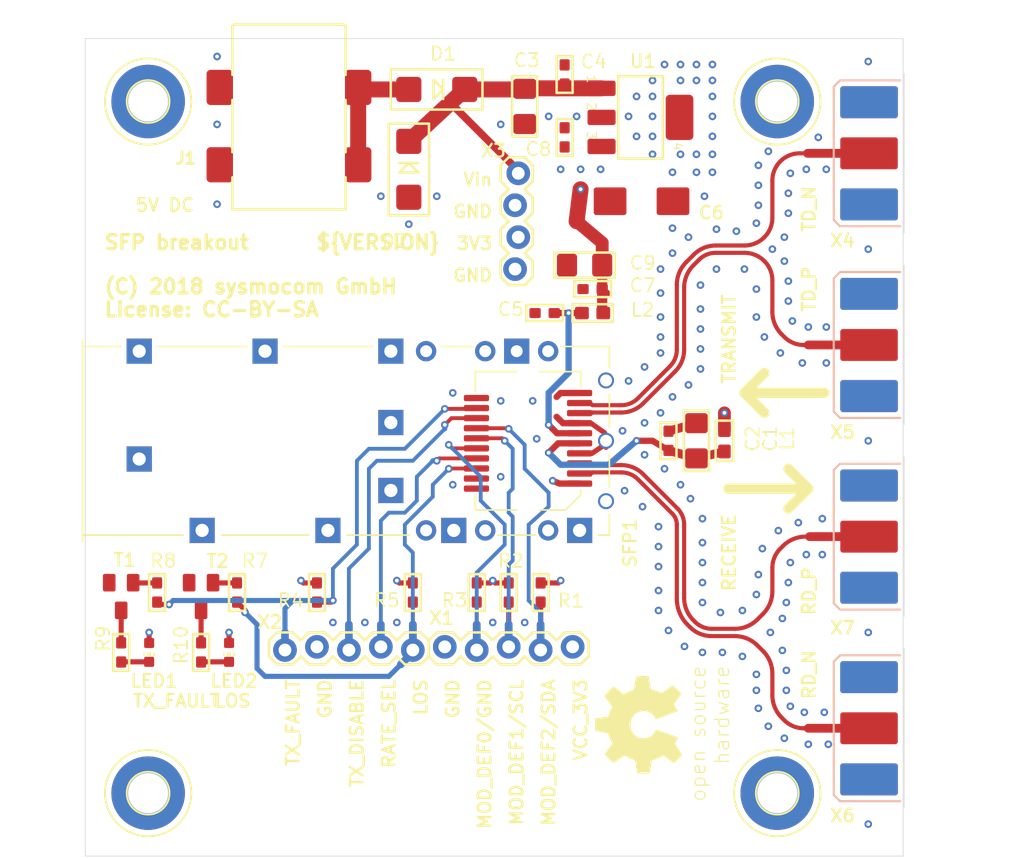
<source format=kicad_pcb>
(kicad_pcb (version 20240108) (generator "pcbnew") (generator_version "8.0")
  (layers (0 "F.Cu" signal) (1 "In1.Cu" signal) (2 "In2.Cu" signal) (31 "B.Cu" signal) (34 "B.Paste" user) (35 "F.Paste" user) (36 "B.SilkS" user "B.Silkscreen") (37 "F.SilkS" user "F.Silkscreen") (38 "B.Mask" user) (39 "F.Mask" user) (44 "Edge.Cuts" user))
  (net 0 "")
  (net 1 "GND")
  (net 2 "TD_N")
  (net 3 "RD_N")
  (net 4 "RD_P")
  (net 5 "N$5")
  (net 6 "N$6")
  (net 7 "VCC_3V3")
  (net 8 "TD_P")
  (net 9 "+VIN")
  (net 10 "MOD_DEF2/SDA")
  (net 11 "MOD_DEF1/SCL")
  (net 12 "MOD_DEF0/GND")
  (net 13 "LOS")
  (net 14 "RATE_SEL")
  (net 15 "TX_DISABLE")
  (net 16 "TX_FAULT")
  (net 17 "N$1")
  (net 18 "N$138")
  (net 19 "N$139")
  (net 20 "N$141")
  (net 21 "N$3")
  (net 22 "N$4")
  (net 23 "N$7")
  (footprint "sfp-breakout:SMADIODE" (layer "F.Cu") (at 141.67485 82.8936 -90)
    (property "Reference" "D2")
    (property "Value" "824500500")
  )
  (footprint "sfp-breakout:694108106102" (layer "F.Cu") (at 132.14985 71.3836 -90)
    (property "Reference" "J1")
    (property "Value" "PJ-002BH-SMT-TR")
  )
  (footprint "sfp-breakout:1X05_LOCK" (layer "F.Cu") (at 144.53235 120.9936)
    (property "Reference" "X1")
    (property "Value" "PINHD-1X5LOCK")
  )
  (footprint "sfp-breakout:_0603" (layer "F.Cu") (at 147.07235 116.5486 90)
    (property "Reference" "R3")
    (property "Value" "10k")
  )
  (footprint "sfp-breakout:_0603" (layer "F.Cu") (at 162.31235 104.4836 90)
    (property "Reference" "C2")
    (property "Value" "100n")
  )
  (footprint "sfp-breakout:_0603" (layer "F.Cu") (at 154.05735 75.35235 90)
    (property "Reference" "C4")
    (property "Value" "100n")
  )
  (footprint "sfp-breakout:OSHW_8MM" (layer "F.Cu") (at 160.33735 127.0836 90)
    (property "Reference" "U$1" (hide yes))
    (property "Value" "" (hide yes))
  )
  (footprint "sfp-breakout:SMADIODE" (layer "F.Cu") (at 143.89735 76.5436 180)
    (property "Reference" "D1")
    (property "Value" "MBRA160T3G")
  )
  (footprint "sfp-breakout:_0603" (layer "F.Cu") (at 118.81485 121.3111 -90)
    (property "Reference" "R9")
    (property "Value" "330")
  )
  (footprint "sfp-breakout:_0603" (layer "F.Cu") (at 154.05735 80.3536 90)
    (property "Reference" "C8")
    (property "Value" "100n")
  )
  (footprint "sfp-breakout:_0603" (layer "F.Cu") (at 134.37235 116.5486 90)
    (property "Reference" "R4")
    (property "Value" "10k")
  )
  (footprint "sfp-breakout:SMA-F-S-EDGE" (layer "F.Cu") (at 181.04485 127.3436 180)
    (property "Reference" "X6")
    (property "Value" "")
    (fp_line (start 0 -6.35) (end 0 6.35) (stroke (width 0.05)) (layer "Edge.Cuts"))
  )
  (footprint "sfp-breakout:SFP_COMBINED" (layer "F.Cu") (at 150.24735 104.4836)
    (property "Reference" "SFP1")
    (property "Value" "SFP_UNI")
  )
  (footprint "sfp-breakout:_0603" (layer "F.Cu") (at 152.46985 94.3236 180)
    (property "Reference" "C5")
    (property "Value" "100n")
  )
  (footprint "sfp-breakout:SMA-F-S-EDGE" (layer "F.Cu") (at 181.04485 112.1036 180)
    (property "Reference" "X7")
    (property "Value" "")
    (fp_line (start 0 -6.35) (end 0 6.35) (stroke (width 0.05)) (layer "Edge.Cuts"))
  )
  (footprint "sfp-breakout:0603" (layer "F.Cu") (at 156.27985 94.3236 180)
    (property "Reference" "L2")
    (property "Value" "1nH")
  )
  (footprint "sfp-breakout:_0603" (layer "F.Cu") (at 125.16485 121.3111 -90)
    (property "Reference" "R10")
    (property "Value" "330")
  )
  (footprint "sfp-breakout:3,2-PAD" (layer "F.Cu") (at 170.95735 77.5036)
    (property "Reference" "H2" (hide yes))
    (property "Value" "MOUNT-PAD-ROUND3.2" (hide yes))
  )
  (footprint "sfp-breakout:_0603" (layer "F.Cu") (at 141.99235 116.5486 90)
    (property "Reference" "R5")
    (property "Value" "10k")
  )
  (footprint "sfp-breakout:_0603" (layer "F.Cu") (at 121.67235 116.5486 -90)
    (property "Reference" "R8")
    (property "Value" "10k")
  )
  (footprint "sfp-breakout:1X05_LOCK" (layer "F.Cu") (at 141.99235 120.9936 180)
    (property "Reference" "X2")
    (property "Value" "PINHD-1X5LOCK")
  )
  (footprint "sfp-breakout:SOT23-BEC" (layer "F.Cu") (at 118.81485 116.8661 180)
    (property "Reference" "T1")
    (property "Value" "BC847")
  )
  (footprint "sfp-breakout:SMA-F-S-EDGE" (layer "F.Cu") (at 181.04485 81.6236 180)
    (property "Reference" "X4")
    (property "Value" "")
    (fp_line (start 0 -6.35) (end 0 6.35) (stroke (width 0.05)) (layer "Edge.Cuts"))
  )
  (footprint "sfp-breakout:CPOL1206" (layer "F.Cu") (at 155.64485 90.5136)
    (property "Reference" "C9")
    (property "Value" "10u / 16V")
  )
  (footprint "sfp-breakout:3,2-PAD" (layer "F.Cu") (at 120.95735 132.5036)
    (property "Reference" "H1" (hide yes))
    (property "Value" "MOUNT-PAD-ROUND3.2" (hide yes))
  )
  (footprint "sfp-breakout:SMA-F-S-EDGE" (layer "F.Cu") (at 181.04485 96.8636 180)
    (property "Reference" "X5")
    (property "Value" "")
    (fp_line (start 0 -6.35) (end 0 6.35) (stroke (width 0.05)) (layer "Edge.Cuts"))
  )
  (footprint "sfp-breakout:_0603" (layer "F.Cu") (at 156.27985 92.4186 180)
    (property "Reference" "C7")
    (property "Value" "100n")
  )
  (footprint "sfp-breakout:SOT223" (layer "F.Cu") (at 160.08985 78.7661 -90)
    (property "Reference" "U1")
    (property "Value" "LDO-MCP1825S")
  )
  (footprint "sfp-breakout:SOT23-BEC" (layer "F.Cu") (at 125.16485 116.8661 180)
    (property "Reference" "T2")
    (property "Value" "BC847")
  )
  (footprint "sfp-breakout:CPOL1206" (layer "F.Cu") (at 164.53485 104.4836 -90)
    (property "Reference" "C1")
    (property "Value" "10u / 16V")
  )
  (footprint "sfp-breakout:_0603" (layer "F.Cu") (at 149.61235 116.5486 90)
    (property "Reference" "R2")
    (property "Value" "10k")
  )
  (footprint "sfp-breakout:_0603" (layer "F.Cu") (at 152.15235 116.5486 90)
    (property "Reference" "R1")
    (property "Value" "10k")
  )
  (footprint "sfp-breakout:CHIP-LED0603" (layer "F.Cu") (at 127.38735 121.3111 180)
    (property "Reference" "LED2")
    (property "Value" "KPH-1608SGC")
  )
  (footprint "sfp-breakout:CHIP-LED0603" (layer "F.Cu") (at 121.03735 121.3111 180)
    (property "Reference" "LED1")
    (property "Value" "KPH-1608SGC")
  )
  (footprint "sfp-breakout:CT6032" (layer "F.Cu") (at 160.16985 85.4336)
    (property "Reference" "C6")
    (property "Value" "100u")
  )
  (footprint "sfp-breakout:0603" (layer "F.Cu") (at 166.75735 104.4836 90)
    (property "Reference" "L1")
    (property "Value" "1nH")
  )
  (footprint "sfp-breakout:CPOL1206" (layer "F.Cu") (at 150.88235 77.8936 90)
    (property "Reference" "C3")
    (property "Value" "10u / 16V")
  )
  (footprint "sfp-breakout:3,2-PAD" (layer "F.Cu") (at 170.95735 132.5036)
    (property "Reference" "H3" (hide yes))
    (property "Value" "MOUNT-PAD-ROUND3.2" (hide yes))
  )
  (footprint "sfp-breakout:3,2-PAD" (layer "F.Cu") (at 120.95735 77.5036)
    (property "Reference" "H4" (hide yes))
    (property "Value" "MOUNT-PAD-ROUND3.2" (hide yes))
  )
  (footprint "sfp-breakout:1X04_LOCK" (layer "F.Cu") (at 150.24735 83.2111 -90)
    (property "Reference" "X3")
    (property "Value" "PINHD-1X4LOCK")
  )
  (footprint "sfp-breakout:_0603" (layer "F.Cu") (at 128.02235 116.5486 -90)
    (property "Reference" "R7")
    (property "Value" "10k")
  )
  (gr_line (start 167.07485 108.2936) (end 173.42485 108.2936) (stroke (width 0.8128)) (layer "F.SilkS"))
  (gr_line (start 168.34485 100.6736) (end 169.93235 102.2611) (stroke (width 0.8128)) (layer "F.SilkS"))
  (gr_line (start 168.34485 100.6736) (end 169.93235 99.0861) (stroke (width 0.8128)) (layer "F.SilkS"))
  (gr_line (start 173.42485 108.2936) (end 171.83735 109.8811) (stroke (width 0.8128)) (layer "F.SilkS"))
  (gr_line (start 173.42485 108.2936) (end 171.83735 106.7061) (stroke (width 0.8128)) (layer "F.SilkS"))
  (gr_line (start 174.69485 100.6736) (end 168.34485 100.6736) (stroke (width 0.8128)) (layer "F.SilkS"))
  (gr_line (start 115.95735 72.5036) (end 115.95735 137.5036) (stroke (width 0.05)) (layer "Edge.Cuts"))
  (gr_line (start 115.95735 137.5036) (end 180.95735 137.5036) (stroke (width 0.05)) (layer "Edge.Cuts"))
  (gr_line (start 180.95735 72.5036) (end 115.95735 72.5036) (stroke (width 0.05)) (layer "Edge.Cuts"))
  (gr_line (start 180.95735 137.5036) (end 180.95735 72.5036) (stroke (width 0.05)) (layer "Edge.Cuts"))
  (gr_text "TD_N" (at 174.05985 87.9736 90) (layer "F.SilkS") (effects (font (size 1.008 1.008) (thickness 0.192)) (justify left bottom)))
  (gr_text "Vin" (at 145.90245 84.30238 0) (layer "F.SilkS") (effects (font (size 1.008 1.008) (thickness 0.192)) (justify left bottom)))
  (gr_text "LOS" (at 143.21063 126.4225 90) (layer "F.SilkS") (effects (font (size 1.008 1.008) (thickness 0.192)) (justify left bottom)))
  (gr_text "GND" (at 145.08645 91.92238 0) (layer "F.SilkS") (effects (font (size 1.008 1.008) (thickness 0.192)) (justify left bottom)))
  (gr_text "MOD_DEF2/SDA" (at 153.37063 135.2065 90) (layer "F.SilkS") (effects (font (size 1.008 1.008) (thickness 0.192)) (justify left bottom)))
  (gr_text "TD_P" (at 174.05985 94.3236 90) (layer "F.SilkS") (effects (font (size 1.008 1.008) (thickness 0.192)) (justify left bottom)))
  (gr_text "MOD_DEF0/GND" (at 148.29063 135.4465 90) (layer "F.SilkS") (effects (font (size 1.008 1.008) (thickness 0.192)) (justify left bottom)))
  (gr_text "SFP breakout" (at 117.35435 89.3706 0) (layer "F.SilkS") (effects (font (size 1.134 1.134) (thickness 0.266)) (justify left bottom)))
  (gr_text "TX_FAULT" (at 133.05063 130.4545 90) (layer "F.SilkS") (effects (font (size 1.008 1.008) (thickness 0.192)) (justify left bottom)))
  (gr_text "${VERSION}" (at 134.18185 89.3706 0) (layer "F.SilkS") (effects (font (size 1.134 1.134) (thickness 0.266)) (justify left bottom)))
  (gr_text "TRANSMIT" (at 167.70985 100.0386 90) (layer "F.SilkS") (effects (font (size 1.008 1.008) (thickness 0.192)) (justify left bottom)))
  (gr_text "(C) 2018 sysmocom GmbH\nLicense: CC-BY-SA" (at 117.35435 94.7046 0) (layer "F.SilkS") (effects (font (size 1.134 1.134) (thickness 0.266)) (justify left bottom)))
  (gr_text "TX_DISABLE" (at 138.13063 132.1345 90) (layer "F.SilkS") (effects (font (size 1.008 1.008) (thickness 0.192)) (justify left bottom)))
  (gr_text "LOS" (at 126.11735 125.7561 0) (layer "F.SilkS") (effects (font (size 1.008 1.008) (thickness 0.192)) (justify left bottom)))
  (gr_text "TX_FAULT" (at 119.635834 125.7561 0) (layer "F.SilkS") (effects (font (size 1.008 1.008) (thickness 0.192)) (justify left bottom)))
  (gr_text "5V DC" (at 119.86495 86.33438 0) (layer "F.SilkS") (effects (font (size 1.008 1.008) (thickness 0.192)) (justify left bottom)))
  (gr_text "GND" (at 145.75063 126.6625 90) (layer "F.SilkS") (effects (font (size 1.008 1.008) (thickness 0.192)) (justify left bottom)))
  (gr_text "GND" (at 145.08645 86.84238 0) (layer "F.SilkS") (effects (font (size 1.008 1.008) (thickness 0.192)) (justify left bottom)))
  (gr_text "GND" (at 135.59063 126.6625 90) (layer "F.SilkS") (effects (font (size 1.008 1.008) (thickness 0.192)) (justify left bottom)))
  (gr_text "MOD_DEF1/SCL" (at 150.83063 135.1585 90) (layer "F.SilkS") (effects (font (size 1.008 1.008) (thickness 0.192)) (justify left bottom)))
  (gr_text "RECEIVE" (at 167.70985 116.5486 90) (layer "F.SilkS") (effects (font (size 1.008 1.008) (thickness 0.192)) (justify left bottom)))
  (gr_text "VCC_3V3" (at 155.91063 130.0225 90) (layer "F.SilkS") (effects (font (size 1.008 1.008) (thickness 0.192)) (justify left bottom)))
  (gr_text "3V3" (at 145.37445 89.38238 0) (layer "F.SilkS") (effects (font (size 1.008 1.008) (thickness 0.192)) (justify left bottom)))
  (gr_text "RD_P" (at 174.05985 118.4536 90) (layer "F.SilkS") (effects (font (size 1.008 1.008) (thickness 0.192)) (justify left bottom)))
  (gr_text "RATE_SEL" (at 140.67063 130.5985 90) (layer "F.SilkS") (effects (font (size 1.008 1.008) (thickness 0.192)) (justify left bottom)))
  (gr_text "RD_N" (at 174.05985 125.1211 90) (layer "F.SilkS") (effects (font (size 1.008 1.008) (thickness 0.192)) (justify left bottom)))
  (segment (start 157.23235 104.3686) (end 157.34735 104.4836) (width 0.4064) (layer "F.Cu") (net 1))
  (segment (start 157.34735 104.4836) (end 157.34735 105.0036) (width 0.4064) (layer "F.Cu") (net 1))
  (segment (start 157.23235 103.8486) (end 157.23235 104.3686) (width 0.4064) (layer "F.Cu") (net 1))
  (segment (start 155.24735 107.8836) (end 153.64735 107.8836) (width 0.5) (layer "F.Cu") (net 1))
  (segment (start 155.24735 100.6836) (end 153.72985 100.6836) (width 0.5) (layer "F.Cu") (net 1))
  (segment (start 155.24735 105.4836) (end 156.23235 105.4836) (width 0.4064) (layer "F.Cu") (net 1))
  (segment (start 164.53485 103.0836) (end 162.31235 103.7216) (width 0.7) (layer "F.Cu") (net 1))
  (segment (start 157.23235 104.5986) (end 157.34735 104.4836) (width 0.4064) (layer "F.Cu") (net 1))
  (segment (start 153.64735 107.8836) (end 153.10485 107.6586) (width 0.5) (layer "F.Cu") (net 1))
  (segment (start 156.23235 105.4836) (end 157.23235 104.8011) (width 0.4064) (layer "F.Cu") (net 1))
  (segment (start 155.24735 103.0836) (end 156.14985 103.0836) (width 0.4064) (layer "F.Cu") (net 1))
  (segment (start 156.14985 103.0836) (end 157.23235 103.8486) (width 0.4064) (layer "F.Cu") (net 1))
  (segment (start 153.72985 100.6836) (end 153.42235 100.9911) (width 0.5) (layer "F.Cu") (net 1))
  (segment (start 155.24735 103.0836) (end 153.92735 103.0836) (width 0.5) (layer "F.Cu") (net 1))
  (segment (start 157.23235 104.8011) (end 157.23235 104.5986) (width 0.4064) (layer "F.Cu") (net 1))
  (segment (start 153.92735 103.0836) (end 153.42235 102.5786) (width 0.5) (layer "F.Cu") (net 1))
  (via (at 162.62985 83.1311) (size 0.6) (drill 0.3) (layers "F.Cu" "B.Cu") (net 1))
  (via (at 158.81985 108.45235) (size 0.6) (drill 0.3) (layers "F.Cu" "B.Cu") (net 1))
  (via (at 170.24985 127.18485) (size 0.6) (drill 0.3) (layers "F.Cu" "B.Cu") (net 1))
  (via (at 163.26485 107.9761) (size 0.6) (drill 0.3) (layers "F.Cu" "B.Cu") (net 1))
  (via (at 158.6611 103.68985) (size 0.6) (drill 0.3) (layers "F.Cu" "B.Cu") (net 1))
  (via (at 165.0111 112.57985) (size 0.6) (drill 0.3) (layers "F.Cu" "B.Cu") (net 1))
  (via (at 145.16735 107.9761) (size 0.6) (drill 0.3) (layers "F.Cu" "B.Cu") (net 1))
  (via (at 174.8536 82.8936) (size 0.6) (drill 0.3) (layers "F.Cu" "B.Cu") (net 1))
  (via (at 163.26485 81.70235) (size 0.6) (drill 0.3) (layers "F.Cu" "B.Cu") (net 1))
  (via (at 165.80485 81.70235) (size 0.6) (drill 0.3) (layers "F.Cu" "B.Cu") (net 1))
  (via (at 178.18735 89.2436) (size 0.6) (drill 0.3) (layers "F.Cu" "B.Cu") (net 1))
  (via (at 162.62985 89.5611) (size 0.6) (drill 0.3) (layers "F.Cu" "B.Cu") (net 1))
  (via (at 169.29735 87.17985) (size 0.6) (drill 0.3) (layers "F.Cu" "B.Cu") (net 1))
  (via (at 163.26485 74.5586) (size 0.6) (drill 0.3) (layers "F.Cu" "B.Cu") (net 1))
  (via (at 166.5986 121.3111) (size 0.6) (drill 0.3) (layers "F.Cu" "B.Cu") (net 1))
  (via (at 161.04235 80.2736) (size 0.6) (drill 0.3) (layers "F.Cu" "B.Cu") (net 1))
  (via (at 170.24985 81.46485) (size 0.6) (drill 0.3) (layers "F.Cu" "B.Cu") (net 1))
  (via (at 175.01235 128.6136) (size 0.6) (drill 0.3) (layers "F.Cu" "B.Cu") (net 1))
  (via (at 166.12235 87.6561) (size 0.6) (drill 0.3) (layers "F.Cu" "B.Cu") (net 1))
  (via (at 161.04235 81.70235) (size 0.6) (drill 0.3) (layers "F.Cu" "B.Cu") (net 1))
  (via (at 160.40735 103.05485) (size 0.6) (drill 0.3) (layers "F.Cu" "B.Cu") (net 1))
  (via (at 169.4561 85.7511) (size 0.6) (drill 0.3) (layers "F.Cu" "B.Cu") (net 1))
  (via (at 173.42485 128.6136) (size 0.6) (drill 0.3) (layers "F.Cu" "B.Cu") (net 1))
  (via (at 143.89735 85.0361) (size 0.6) (drill 0.3) (layers "F.Cu" "B.Cu") (net 1))
  (via (at 174.8536 98.29235) (size 0.6) (drill 0.3) (layers "F.Cu" "B.Cu") (net 1))
  (via (at 138.18235 118.92985) (size 0.6) (drill 0.3) (layers "F.Cu" "B.Cu") (net 1))
  (via (at 171.83735 91.7836) (size 0.6) (drill 0.3) (layers "F.Cu" "B.Cu") (net 1))
  (via (at 165.80485 83.1311) (size 0.6) (drill 0.3) (layers "F.Cu" "B.Cu") (net 1))
  (via (at 171.83735 93.3711) (size 0.6) (drill 0.3) (layers "F.Cu" "B.Cu") (net 1))
  (via (at 148.34235 118.92985) (size 0.6) (drill 0.3) (layers "F.Cu" "B.Cu") (net 1))
  (via (at 170.56735 89.2436) (size 0.6) (drill 0.3) (layers "F.Cu" "B.Cu") (net 1))
  (via (at 171.83735 84.7986) (size 0.6) (drill 0.3) (layers "F.Cu" "B.Cu") (net 1))
  (via (at 169.4561 115.11985) (size 0.6) (drill 0.3) (layers "F.Cu" "B.Cu") (net 1))
  (via (at 159.13735 78.6861) (size 0.6) (drill 0.3) (layers "F.Cu" "B.Cu") (net 1))
  (via (at 164.85235 97.1811) (size 0.6) (drill 0.3) (layers "F.Cu" "B.Cu") (net 1))
  (via (at 164.85235 95.5936) (size 0.6) (drill 0.3) (layers "F.Cu" "B.Cu") (net 1))
  (via (at 166.12235 90.8311) (size 0.6) (drill 0.3) (layers "F.Cu" "B.Cu") (net 1))
  (via (at 169.29735 92.4186) (size 0.6) (drill 0.3) (layers "F.Cu" "B.Cu") (net 1))
  (via (at 173.42485 95.43485) (size 0.6) (drill 0.3) (layers "F.Cu" "B.Cu") (net 1))
  (via (at 171.51985 90.1961) (size 0.6) (drill 0.3) (layers "F.Cu" "B.Cu") (net 1))
  (via (at 165.0111 117.34235) (size 0.6) (drill 0.3) (layers "F.Cu" "B.Cu") (net 1))
  (via (at 165.80485 77.0986) (size 0.6) (drill 0.3) (layers "F.Cu" "B.Cu") (net 1))
  (via (at 151.51735 101.3086) (size 0.6) (drill 0.3) (layers "F.Cu" "B.Cu") (net 1))
  (via (at 159.77235 80.2736) (size 0.6) (drill 0.3) (layers "F.Cu" "B.Cu") (net 1))
  (via (at 163.26485 75.8286) (size 0.6) (drill 0.3) (layers "F.Cu" "B.Cu") (net 1))
  (via (at 171.9961 114.16735) (size 0.6) (drill 0.3) (layers "F.Cu" "B.Cu") (net 1))
  (via (at 161.04235 78.6861) (size 0.6) (drill 0.3) (layers "F.Cu" "B.Cu") (net 1))
  (via (at 164.0586 109.08735) (size 0.6) (drill 0.3) (layers "F.Cu" "B.Cu") (net 1))
  (via (at 165.0111 110.67485) (size 0.6) (drill 0.3) (layers "F.Cu" "B.Cu") (net 1))
  (via (at 165.0111 114.16735) (size 0.6) (drill 0.3) (layers "F.Cu" "B.Cu") (net 1))
  (via (at 151.83485 104.32485) (size 0.6) (drill 0.3) (layers "F.Cu" "B.Cu") (net 1))
  (via (at 169.4561 125.7561) (size 0.6) (drill 0.3) (layers "F.Cu" "B.Cu") (net 1))
  (via (at 178.18735 119.7236) (size 0.6) (drill 0.3) (layers "F.Cu" "B.Cu") (net 1))
  (via (at 164.53485 74.5586) (size 0.6) (drill 0.3) (layers "F.Cu" "B.Cu") (net 1))
  (via (at 161.67735 102.2611) (size 0.6) (drill 0.3) (layers "F.Cu" "B.Cu") (net 1))
  (via (at 148.97735 107.3411) (size 0.6) (drill 0.3) (layers "F.Cu" "B.Cu") (net 1))
  (via (at 135.64235 118.92985) (size 0.6) (drill 0.3) (layers "F.Cu" "B.Cu") (net 1))
  (via (at 169.4561 82.5761) (size 0.6) (drill 0.3) (layers "F.Cu" "B.Cu") (net 1))
  (via (at 150.88235 118.92985) (size 0.6) (drill 0.3) (layers "F.Cu" "B.Cu") (net 1))
  (via (at 148.97735 79.3211) (size 0.6) (drill 0.3) (layers "F.Cu" "B.Cu") (net 1))
  (via (at 161.99485 74.5586) (size 0.6) (drill 0.3) (layers "F.Cu" "B.Cu") (net 1))
  (via (at 171.51985 128.13735) (size 0.6) (drill 0.3) (layers "F.Cu" "B.Cu") (net 1))
  (via (at 171.9961 125.59735) (size 0.6) (drill 0.3) (layers "F.Cu" "B.Cu") (net 1))
  (via (at 165.80485 78.6861) (size 0.6) (drill 0.3) (layers "F.Cu" "B.Cu") (net 1))
  (via (at 140.72235 118.92985) (size 0.6) (drill 0.3) (layers "F.Cu" "B.Cu") (net 1))
  (via (at 161.67735 92.7361) (size 0.6) (drill 0.3) (layers "F.Cu" "B.Cu") (net 1))
  (via (at 164.85235 94.0061) (size 0.6) (drill 0.3) (layers "F.Cu" "B.Cu") (net 1))
  (via (at 178.18735 74.3211) (size 0.6) (drill 0.3) (layers "F.Cu" "B.Cu") (net 1))
  (via (at 161.67735 96.2286) (size 0.6) (drill 0.3) (layers "F.Cu" "B.Cu") (net 1))
  (via (at 171.6786 117.34235) (size 0.6) (drill 0.3) (layers "F.Cu" "B.Cu") (net 1))
  (via (at 173.10735 126.0736) (size 0.6) (drill 0.3) (layers "F.Cu" "B.Cu") (net 1))
  (via (at 160.40735 98.60985) (size 0.6) (drill 0.3) (layers "F.Cu" "B.Cu") (net 1))
  (via (at 161.67735 94.6411) (size 0.6) (drill 0.3) (layers "F.Cu" "B.Cu") (net 1))
  (via (at 161.5186 111.30985) (size 0.6) (drill 0.3) (layers "F.Cu" "B.Cu") (net 1))
  (via (at 165.80485 75.8286) (size 0.6) (drill 0.3) (layers "F.Cu" "B.Cu") (net 1))
  (via (at 169.29735 123.05735) (size 0.6) (drill 0.3) (layers "F.Cu" "B.Cu") (net 1))
  (via (at 163.58235 120.83485) (size 0.6) (drill 0.3) (layers "F.Cu" "B.Cu") (net 1))
  (via (at 171.3611 121.15235) (size 0.6) (drill 0.3) (layers "F.Cu" "B.Cu") (net 1))
  (via (at 164.53485 81.70235) (size 0.6) (drill 0.3) (layers "F.Cu" "B.Cu") (net 1))
  (via (at 178.18735 104.4836) (size 0.6) (drill 0.3) (layers "F.Cu" "B.Cu") (net 1))
  (via (at 155.00985 78.6861) (size 0.6) (drill 0.3) (layers "F.Cu" "B.Cu") (net 1))
  (via (at 126.43485 79.3211) (size 0.6) (drill 0.3) (layers "F.Cu" "B.Cu") (net 1))
  (via (at 152.78735 78.6861) (size 0.6) (drill 0.3) (layers "F.Cu" "B.Cu") (net 1))
  (via (at 169.29735 124.32735) (size 0.6) (drill 0.3) (layers "F.Cu" "B.Cu") (net 1))
  (via (at 161.67735 97.4986) (size 0.6) (drill 0.3) (layers "F.Cu" "B.Cu") (net 1))
  (via (at 171.83735 86.3861) (size 0.6) (drill 0.3) (layers "F.Cu" "B.Cu") (net 1))
  (via (at 164.53485 83.1311) (size 0.6) (drill 0.3) (layers "F.Cu" "B.Cu") (net 1))
  (via (at 174.5361 110.67485) (size 0.6) (drill 0.3) (layers "F.Cu" "B.Cu") (net 1))
  (via (at 165.80485 80.2736) (size 0.6) (drill 0.3) (layers "F.Cu" "B.Cu") (net 1))
  (via (at 161.5186 116.38985) (size 0.6) (drill 0.3) (layers "F.Cu" "B.Cu") (net 1))
  (via (at 171.9961 83.2111) (size 0.6) (drill 0.3) (layers "F.Cu" "B.Cu") (net 1))
  (via (at 178.18735 134.9636) (size 0.6) (drill 0.3) (layers "F.Cu" "B.Cu") (net 1))
  (via (at 169.29735 116.70735) (size 0.6) (drill 0.3) (layers "F.Cu" "B.Cu") (net 1))
  (via (at 159.77235 77.0986) (size 0.6) (drill 0.3) (layers "F.Cu" "B.Cu") (net 1))
  (via (at 171.0436 111.62735) (size 0.6) (drill 0.3) (layers "F.Cu" "B.Cu") (net 1))
  (via (at 169.93235 96.2286) (size 0.6) (drill 0.3) (layers "F.Cu" "B.Cu") (net 1))
  (via (at 161.04235 77.0986) (size 0.6) (drill 0.3) (layers "F.Cu" "B.Cu") (net 1))
  (via (at 126.43485 73.9236) (size 0.6) (drill 0.3) (layers "F.Cu" "B.Cu") (net 1))
  (via (at 168.1861 117.97735) (size 0.6) (drill 0.3) (layers "F.Cu" "B.Cu") (net 1))
  (via (at 148.97735 101.3086) (size 0.6) (drill 0.3) (layers "F.Cu" "B.Cu") (net 1))
  (via (at 172.9486 98.29235) (size 0.6) (drill 0.3) (layers "F.Cu" "B.Cu") (net 1))
  (via (at 126.43485 85.6711) (size 0.6) (drill 0.3) (layers "F.Cu" "B.Cu") (net 1))
  (via (at 165.0111 115.75485) (size 0.6) (drill 0.3) (layers "F.Cu" "B.Cu") (net 1))
  (via (at 172.6311 110.99235) (size 0.6) (drill 0.3) (layers "F.Cu" "B.Cu") (net 1))
  (via (at 170.4086 119.7236) (size 0.6) (drill 0.3) (layers "F.Cu" "B.Cu") (net 1))
  (via (at 171.6786 122.73985) (size 0.6) (drill 0.3) (layers "F.Cu" "B.Cu") (net 1))
  (via (at 161.99485 106.7061) (size 0.6) (drill 0.3) (layers "F.Cu" "B.Cu") (net 1))
  (via (at 168.1861 121.6286) (size 0.6) (drill 0.3) (layers "F.Cu" "B.Cu") (net 1))
  (via (at 145.16735 100.6736) (size 0.6) (drill 0.3) (layers "F.Cu" "B.Cu") (net 1))
  (via (at 162.62985 87.5761) (size 0.6) (drill 0.3) (layers "F.Cu" "B.Cu") (net 1))
  (via (at 161.5186 114.48485) (size 0.6) (drill 0.3) (layers "F.Cu" "B.Cu") (net 1))
  (via (at 165.16985 85.0361) (size 0.6) (drill 0.3) (layers "F.Cu" "B.Cu") (net 1))
  (via (at 172.15485 94.9586) (size 0.6) (drill 0.3) (layers "F.Cu" "B.Cu") (net 1))
  (via (at 171.3611 118.61235) (size 0.6) (drill 0.3) (layers "F.Cu" "B.Cu") (net 1))
  (via (at 161.5186 117.97735) (size 0.6) (drill 0.3) (layers "F.Cu" "B.Cu") (net 1))
  (via (at 169.7736 113.0561) (size 0.6) (drill 0.3) (layers "F.Cu" "B.Cu") (net 1))
  (via (at 171.20235 97.4986) (size 0.6) (drill 0.3) (layers "F.Cu" "B.Cu") (net 1))
  (via (at 161.04235 75.8286) (size 0.6) (drill 0.3) (layers "F.Cu" "B.Cu") (net 1))
  (via (at 164.85235 98.7686) (size 0.6) (drill 0.3) (layers "F.Cu" "B.Cu") (net 1))
  (via (at 160.2486 109.72235) (size 0.6) (drill 0.3) (layers "F.Cu" "B.Cu") (net 1))
  (via (at 164.85235 92.1011) (size 0.6) (drill 0.3) (layers "F.Cu" "B.Cu") (net 1))
  (via (at 139.45235 85.0361) (size 0.6) (drill 0.3) (layers "F.Cu" "B.Cu") (net 1))
  (via (at 159.13735 99.7211) (size 0.6) (drill 0.3) (layers "F.Cu" "B.Cu") (net 1))
  (via (at 162.62985 100.9911) (size 0.6) (drill 0.3) (layers "F.Cu" "B.Cu") (net 1))
  (via (at 171.83735 115.75485) (size 0.6) (drill 0.3) (layers "F.Cu" "B.Cu") (net 1))
  (via (at 160.40735 105.59485) (size 0.6) (drill 0.3) (layers "F.Cu" "B.Cu") (net 1))
  (via (at 171.51985 88.2911) (size 0.6) (drill 0.3) (layers "F.Cu" "B.Cu") (net 1))
  (via (at 166.43985 118.1361) (size 0.6) (drill 0.3) (layers "F.Cu" "B.Cu") (net 1))
  (via (at 163.89985 88.2911) (size 0.6) (drill 0.3) (layers "F.Cu" "B.Cu") (net 1))
  (via (at 161.5186 112.89735) (size 0.6) (drill 0.3) (layers "F.Cu" "B.Cu") (net 1))
  (via (at 169.29735 94.6411) (size 0.6) (drill 0.3) (layers "F.Cu" "B.Cu") (net 1))
  (via (at 174.2186 80.3536) (size 0.6) (drill 0.3) (layers "F.Cu" "B.Cu") (net 1))
  (via (at 167.70985 87.81485) (size 0.6) (drill 0.3) (layers "F.Cu" "B.Cu") (net 1))
  (via (at 174.69485 126.0736) (size 0.6) (drill 0.3) (layers "F.Cu" "B.Cu") (net 1))
  (via (at 164.53485 75.8286) (size 0.6) (drill 0.3) (layers "F.Cu" "B.Cu") (net 1))
  (via (at 165.0111 121.3111) (size 0.6) (drill 0.3) (layers "F.Cu" "B.Cu") (net 1))
  (via (at 169.4561 84.1636) (size 0.6) (drill 0.3) (layers "F.Cu" "B.Cu") (net 1))
  (via (at 173.2661 113.53235) (size 0.6) (drill 0.3) (layers "F.Cu" "B.Cu") (net 1))
  (via (at 174.5361 113.53235) (size 0.6) (drill 0.3) (layers "F.Cu" "B.Cu") (net 1))
  (via (at 153.10485 107.6586) (size 0.6) (drill 0.3) (layers "F.Cu" "B.Cu") (net 1))
  (via (at 165.80485 74.5586) (size 0.6) (drill 0.3) (layers "F.Cu" "B.Cu") (net 1))
  (via (at 173.2661 82.8936) (size 0.6) (drill 0.3) (layers "F.Cu" "B.Cu") (net 1))
  (via (at 174.8536 95.43485) (size 0.6) (drill 0.3) (layers "F.Cu" "B.Cu") (net 1))
  (via (at 161.67735 90.8311) (size 0.6) (drill 0.3) (layers "F.Cu" "B.Cu") (net 1))
  (via (at 162.31235 119.56485) (size 0.6) (drill 0.3) (layers "F.Cu" "B.Cu") (net 1))
  (via (at 171.6786 124.32735) (size 0.6) (drill 0.3) (layers "F.Cu" "B.Cu") (net 1))
  (via (at 163.89985 100.0386) (size 0.6) (drill 0.3) (layers "F.Cu" "B.Cu") (net 1))
  (via (at 168.34485 90.8311) (size 0.6) (drill 0.3) (layers "F.Cu" "B.Cu") (net 1))
  (via (at 141.67485 87.2586) (size 0.6) (drill 0.3) (layers "F.Cu" "B.Cu") (net 1))
  (segment (start 156.27985 101.6536) (end 158.556818 101.6536) (width 0.33) (layer "F.Cu") (net 2))
  (segment (start 162.97485 97.235569) (end 162.97485 92.080579) (width 0.33) (layer "F.Cu") (net 2))
  (segment (start 178.25085 81.6236) (end 173.370375 81.6236) (width 0.7) (layer "F.Cu") (net 2))
  (segment (start 155.676296 101.4836) (end 155.869434 101.4836) (width 0.33) (layer "F.Cu") (net 2))
  (segment (start 155.24735 101.4836) (end 155.676296 101.4836) (width 0.26) (layer "F.Cu") (net 2))
  (segment (start 173.370375 81.6236) (end 172.735375 81.6236) (width 0.33) (layer "F.Cu") (net 2))
  (segment (start 159.884787 101.103538) (end 162.424787 98.563538) (width 0.33) (layer "F.Cu") (net 2))
  (segment (start 170.56735 86.758075) (end 170.56735 83.791625) (width 0.33) (layer "F.Cu") (net 2))
  (segment (start 164.329787 89.673538) (end 163.7188 90.284525) (width 0.33) (layer "F.Cu") (net 2))
  (segment (start 169.923925 88.299525) (end 169.93235 88.2911) (width 0.33) (layer "F.Cu") (net 2))
  (segment (start 168.34485 88.9536) (end 166.067871 88.9536) (width 0.33) (layer "F.Cu") (net 2))
  (arc (start 162.97485 92.080579) (mid 163.168196 91.108562) (end 163.7188 90.284525) (width 0.33) (layer "F.Cu") (net 2))
  (arc (start 166.067871 88.9536) (mid 165.127227 89.140706) (end 164.329787 89.673538) (width 0.33) (layer "F.Cu") (net 2))
  (arc (start 162.424787 98.563538) (mid 162.831893 97.954261) (end 162.97485 97.235569) (width 0.33) (layer "F.Cu") (net 2))
  (arc (start 158.556818 101.6536) (mid 159.27551 101.510644) (end 159.884787 101.103538) (width 0.33) (layer "F.Cu") (net 2))
  (arc (start 172.735375 81.6236) (mid 171.905708 81.788631) (end 171.20235 82.2586) (width 0.33) (layer "F.Cu") (net 2))
  (arc (start 170.56735 83.791625) (mid 170.732381 82.961958) (end 171.20235 82.2586) (width 0.33) (layer "F.Cu") (net 2))
  (arc (start 168.34485 88.9536) (mid 169.199439 88.783611) (end 169.923925 88.299525) (width 0.33) (layer "F.Cu") (net 2))
  (arc (start 155.869434 101.4836) (mid 156.091549 101.527782) (end 156.27985 101.6536) (width 0.33) (layer "F.Cu") (net 2))
  (arc (start 169.93235 88.2911) (mid 170.402319 87.587742) (end 170.56735 86.758075) (width 0.33) (layer "F.Cu") (net 2))
  (segment (start 171.3113 126.50005) (end 171.51985 126.7086) (width 0.33) (layer "F.Cu") (net 3))
  (segment (start 156.27985 106.9961) (end 158.556818 106.9961) (width 0.33) (layer "F.Cu") (net 3))
  (segment (start 170.56735 122.998204) (end 170.56735 124.703997) (width 0.33) (layer "F.Cu") (net 3))
  (segment (start 155.24735 107.0836) (end 155.875468 107.0836) (width 0.26) (layer "F.Cu") (net 3))
  (segment (start 173.42485 127.3436) (end 173.052875 127.3436) (width 0.33) (layer "F.Cu") (net 3))
  (segment (start 165.750371 120.0136) (end 167.582746 120.0136) (width 0.33) (layer "F.Cu") (net 3))
  (segment (start 162.97485 111.1511) (end 162.97485 117.045372) (width 0.33) (layer "F.Cu") (net 3))
  (segment (start 178.25085 127.3436) (end 173.42485 127.3436) (width 0.7) (layer "F.Cu") (net 3))
  (segment (start 159.884787 107.546163) (end 162.610778 110.272154) (width 0.33) (layer "F.Cu") (net 3))
  (segment (start 155.875468 107.0836) (end 156.068606 107.0836) (width 0.33) (layer "F.Cu") (net 3))
  (segment (start 169.3788 120.75755) (end 169.8234 121.20215) (width 0.33) (layer "F.Cu") (net 3))
  (segment (start 163.831053 119.112429) (end 164.012287 119.293663) (width 0.33) (layer "F.Cu") (net 3))
  (arc (start 158.556818 106.9961) (mid 159.27551 107.139057) (end 159.884787 107.546163) (width 0.33) (layer "F.Cu") (net 3))
  (arc (start 156.068606 107.0836) (mid 156.18293 107.060859) (end 156.27985 106.9961) (width 0.33) (layer "F.Cu") (net 3))
  (arc (start 170.56735 124.703997) (mid 170.760696 125.676014) (end 171.3113 126.50005) (width 0.33) (layer "F.Cu") (net 3))
  (arc (start 167.582746 120.0136) (mid 168.554764 120.206946) (end 169.3788 120.75755) (width 0.33) (layer "F.Cu") (net 3))
  (arc (start 169.8234 121.20215) (mid 170.374004 122.026186) (end 170.56735 122.998204) (width 0.33) (layer "F.Cu") (net 3))
  (arc (start 162.97485 117.045372) (mid 163.19737 118.164055) (end 163.831053 119.112429) (width 0.33) (layer "F.Cu") (net 3))
  (arc (start 173.052875 127.3436) (mid 172.223208 127.178569) (end 171.51985 126.7086) (width 0.33) (layer "F.Cu") (net 3))
  (arc (start 165.750371 120.0136) (mid 164.809727 119.826495) (end 164.012287 119.293663) (width 0.33) (layer "F.Cu") (net 3))
  (arc (start 162.610778 110.272154) (mid 162.880231 110.675418) (end 162.97485 111.1511) (width 0.33) (layer "F.Cu") (net 3))
  (segment (start 178.25085 112.1036) (end 173.524453 112.1036) (width 0.7) (layer "F.Cu") (net 4))
  (segment (start 169.3788 118.68965) (end 169.8234 118.24505) (width 0.33) (layer "F.Cu") (net 4))
  (segment (start 160.294912 107.136038) (end 163.020896 109.862022) (width 0.33) (layer "F.Cu") (net 4))
  (segment (start 155.24735 106.2836) (end 155.766828 106.2836) (width 0.26) (layer "F.Cu") (net 4))
  (segment (start 164.2988 118.759925) (end 164.422412 118.883538) (width 0.33) (layer "F.Cu") (net 4))
  (segment (start 156.27985 106.4161) (end 158.556828 106.4161) (width 0.33) (layer "F.Cu") (net 4))
  (segment (start 163.55485 111.1511) (end 163.55485 116.963872) (width 0.33) (layer "F.Cu") (net 4))
  (segment (start 171.4109 112.84755) (end 171.20235 113.0561) (width 0.33) (layer "F.Cu") (net 4))
  (segment (start 170.56735 116.448997) (end 170.56735 114.589125) (width 0.33) (layer "F.Cu") (net 4))
  (segment (start 165.750381 119.4336) (end 167.582746 119.4336) (width 0.33) (layer "F.Cu") (net 4))
  (segment (start 155.766828 106.2836) (end 155.959965 106.2836) (width 0.33) (layer "F.Cu") (net 4))
  (segment (start 173.524453 112.1036) (end 173.206953 112.1036) (width 0.33) (layer "F.Cu") (net 4))
  (arc (start 165.750381 119.4336) (mid 165.031689 119.290644) (end 164.422412 118.883538) (width 0.33) (layer "F.Cu") (net 4))
  (arc (start 173.206953 112.1036) (mid 172.234936 112.296946) (end 171.4109 112.84755) (width 0.33) (layer "F.Cu") (net 4))
  (arc (start 163.55485 116.963872) (mid 163.748197 117.935889) (end 164.2988 118.759925) (width 0.33) (layer "F.Cu") (net 4))
  (arc (start 167.582746 119.4336) (mid 168.554763 119.240254) (end 169.3788 118.68965) (width 0.33) (layer "F.Cu") (net 4))
  (arc (start 163.020896 109.862022) (mid 163.41608 110.453456) (end 163.55485 111.1511) (width 0.33) (layer "F.Cu") (net 4))
  (arc (start 170.56735 114.589125) (mid 170.732381 113.759458) (end 171.20235 113.0561) (width 0.33) (layer "F.Cu") (net 4))
  (arc (start 158.556828 106.4161) (mid 159.497472 106.603206) (end 160.294912 107.136038) (width 0.33) (layer "F.Cu") (net 4))
  (arc (start 155.959965 106.2836) (mid 156.133086 106.318035) (end 156.27985 106.4161) (width 0.33) (layer "F.Cu") (net 4))
  (arc (start 169.8234 118.24505) (mid 170.374004 117.421014) (end 170.56735 116.448997) (width 0.33) (layer "F.Cu") (net 4))
  (segment (start 154.37485 94.3236) (end 153.23185 94.3236) (width 0.5) (layer "F.Cu") (net 5))
  (segment (start 155.24735 103.8836) (end 153.45735 103.8836) (width 0.5) (layer "F.Cu") (net 5))
  (segment (start 154.37485 94.3236) (end 155.42985 94.3236) (width 0.5) (layer "F.Cu") (net 5))
  (segment (start 153.45735 103.8836) (end 152.78735 103.2136) (width 0.5) (layer "F.Cu") (net 5))
  (via (at 152.78735 103.2136) (size 0.6) (drill 0.3) (layers "F.Cu" "B.Cu") (net 5))
  (via (at 154.37485 94.3236) (size 0.6) (drill 0.3) (layers "F.Cu" "B.Cu") (net 5))
  (segment (start 154.37485 99.0861) (end 154.37485 94.3236) (width 0.5) (layer "B.Cu") (net 5))
  (segment (start 152.78735 100.6736) (end 154.37485 99.0861) (width 0.5) (layer "B.Cu") (net 5))
  (segment (start 152.78735 103.2136) (end 152.78735 100.6736) (width 0.5) (layer "B.Cu") (net 5))
  (segment (start 162.31235 105.2456) (end 161.04235 104.4836) (width 0.5) (layer "F.Cu") (net 6))
  (segment (start 153.53985 104.6836) (end 152.78735 105.4361) (width 0.5) (layer "F.Cu") (net 6))
  (segment (start 164.53485 105.8836) (end 162.31235 105.2456) (width 0.7) (layer "F.Cu") (net 6))
  (segment (start 161.04235 104.4836) (end 159.77235 104.4836) (width 0.5) (layer "F.Cu") (net 6))
  (segment (start 166.75735 105.3336) (end 164.53485 105.8836) (width 0.7) (layer "F.Cu") (net 6))
  (segment (start 155.24735 104.6836) (end 153.53985 104.6836) (width 0.5) (layer "F.Cu") (net 6))
  (via (at 159.77235 104.4836) (size 0.6) (drill 0.3) (layers "F.Cu" "B.Cu") (net 6))
  (via (at 152.78735 105.4361) (size 0.6) (drill 0.3) (layers "F.Cu" "B.Cu") (net 6))
  (segment (start 153.73985 106.3886) (end 157.54985 106.3886) (width 0.5) (layer "B.Cu") (net 6))
  (segment (start 152.78735 105.4361) (end 153.73985 106.3886) (width 0.5) (layer "B.Cu") (net 6))
  (segment (start 157.54985 106.3886) (end 159.77235 104.4836) (width 0.5) (layer "B.Cu") (net 6))
  (segment (start 157.04485 90.5136) (end 157.04485 88.7386) (width 1.016) (layer "F.Cu") (net 7))
  (segment (start 127.38735 120.5611) (end 127.38735 119.7236) (width 0.4064) (layer "F.Cu") (net 7))
  (segment (start 140.91285 115.7866) (end 140.72235 115.5961) (width 0.4064) (layer "F.Cu") (net 7))
  (segment (start 157.04485 88.7386) (end 155.00985 87.0211) (width 1.016) (layer "F.Cu") (net 7))
  (segment (start 141.99235 115.7866) (end 140.91285 115.7866) (width 0.4064) (layer "F.Cu") (net 7))
  (segment (start 155.00985 87.0211) (end 155.32735 84.4811) (width 1.27) (layer "F.Cu") (net 7))
  (segment (start 157.04185 94.2856) (end 157.12985 94.3236) (width 0.8128) (layer "F.Cu") (net 7))
  (segment (start 152.15235 115.7866) (end 153.54935 115.7866) (width 0.4064) (layer "F.Cu") (net 7))
  (segment (start 148.53285 115.7866) (end 148.34235 115.5961) (width 0.4064) (layer "F.Cu") (net 7))
  (segment (start 166.75735 102.2611) (end 166.75735 103.6336) (width 1.016) (layer "F.Cu") (net 7))
  (segment (start 157.04485 90.5136) (end 157.04485 92.4156) (width 0.8128) (layer "F.Cu") (net 7))
  (segment (start 157.04185 92.4186) (end 157.04185 94.2856) (width 0.8128) (layer "F.Cu") (net 7))
  (segment (start 121.03735 120.5611) (end 121.03735 119.7236) (width 0.4064) (layer "F.Cu") (net 7))
  (segment (start 149.61235 115.7866) (end 148.53285 115.7866) (width 0.4064) (layer "F.Cu") (net 7))
  (segment (start 157.04485 92.4156) (end 157.04185 92.4186) (width 0.8128) (layer "F.Cu") (net 7))
  (segment (start 134.37235 115.7866) (end 133.29285 115.7866) (width 0.4064) (layer "F.Cu") (net 7))
  (segment (start 147.07235 115.7866) (end 148.15185 115.7866) (width 0.4064) (layer "F.Cu") (net 7))
  (segment (start 153.54935 115.7866) (end 153.73985 115.5961) (width 0.4064) (layer "F.Cu") (net 7))
  (segment (start 157.48635 92.8631) (end 157.04185 92.4186) (width 0.6) (layer "F.Cu") (net 7))
  (segment (start 133.29285 115.7866) (end 133.10235 115.5961) (width 0.4064) (layer "F.Cu") (net 7))
  (segment (start 148.15185 115.7866) (end 148.34235 115.5961) (width 0.4064) (layer "F.Cu") (net 7))
  (via (at 140.72235 115.5961) (size 0.6) (drill 0.3) (layers "F.Cu" "B.Cu") (net 7))
  (via (at 166.75735 102.2611) (size 0.6) (drill 0.3) (layers "F.Cu" "B.Cu") (net 7))
  (via (at 148.34235 115.5961) (size 0.6) (drill 0.3) (layers "F.Cu" "B.Cu") (net 7))
  (via (at 153.73985 115.5961) (size 0.6) (drill 0.3) (layers "F.Cu" "B.Cu") (net 7))
  (via (at 133.10235 115.5961) (size 0.6) (drill 0.3) (layers "F.Cu" "B.Cu") (net 7))
  (via (at 153.73985 82.8936) (size 0.6) (drill 0.3) (layers "F.Cu" "B.Cu") (net 7))
  (via (at 156.91485 82.8936) (size 0.6) (drill 0.3) (layers "F.Cu" "B.Cu") (net 7))
  (via (at 155.32735 82.8936) (size 0.6) (drill 0.3) (layers "F.Cu" "B.Cu") (net 7))
  (via (at 121.03735 119.7236) (size 0.6) (drill 0.3) (layers "F.Cu" "B.Cu") (net 7))
  (via (at 155.32735 84.4811) (size 0.6) (drill 0.3) (layers "F.Cu" "B.Cu") (net 7))
  (via (at 127.38735 119.7236) (size 0.6) (drill 0.3) (layers "F.Cu" "B.Cu") (net 7))
  (segment (start 155.966003 102.2836) (end 156.15914 102.2836) (width 0.33) (layer "F.Cu") (net 8))
  (segment (start 155.24735 102.2836) (end 155.966003 102.2836) (width 0.26) (layer "F.Cu") (net 8))
  (segment (start 168.34485 89.5336) (end 166.067881 89.5336) (width 0.33) (layer "F.Cu") (net 8))
  (segment (start 156.27985 102.2336) (end 158.556828 102.2336) (width 0.33) (layer "F.Cu") (net 8))
  (segment (start 164.739912 90.083663) (end 164.2988 90.524775) (width 0.33) (layer "F.Cu") (net 8))
  (segment (start 170.56735 91.729125) (end 170.56735 94.223997) (width 0.33) (layer "F.Cu") (net 8))
  (segment (start 160.294912 101.513663) (end 162.834912 98.973663) (width 0.33) (layer "F.Cu") (net 8))
  (segment (start 173.42485 96.8636) (end 173.052875 96.8636) (width 0.33) (layer "F.Cu") (net 8))
  (segment (start 169.923925 90.187675) (end 169.93235 90.1961) (width 0.33) (layer "F.Cu") (net 8))
  (segment (start 178.25085 96.8636) (end 173.42485 96.8636) (width 0.7) (layer "F.Cu") (net 8))
  (segment (start 163.55485 97.235579) (end 163.55485 92.320829) (width 0.33) (layer "F.Cu") (net 8))
  (segment (start 171.3113 96.02005) (end 171.51985 96.2286) (width 0.33) (layer "F.Cu") (net 8))
  (arc (start 166.067881 89.5336) (mid 165.349189 89.676557) (end 164.739912 90.083663) (width 0.33) (layer "F.Cu") (net 8))
  (arc (start 163.55485 92.320829) (mid 163.748196 91.348812) (end 164.2988 90.524775) (width 0.33) (layer "F.Cu") (net 8))
  (arc (start 162.834912 98.973663) (mid 163.367744 98.176223) (end 163.55485 97.235579) (width 0.33) (layer "F.Cu") (net 8))
  (arc (start 156.15914 102.2836) (mid 156.224468 102.270605) (end 156.27985 102.2336) (width 0.33) (layer "F.Cu") (net 8))
  (arc (start 173.052875 96.8636) (mid 172.223208 96.698569) (end 171.51985 96.2286) (width 0.33) (layer "F.Cu") (net 8))
  (arc (start 158.556828 102.2336) (mid 159.497472 102.046495) (end 160.294912 101.513663) (width 0.33) (layer "F.Cu") (net 8))
  (arc (start 169.93235 90.1961) (mid 170.402319 90.899458) (end 170.56735 91.729125) (width 0.33) (layer "F.Cu") (net 8))
  (arc (start 168.34485 89.5336) (mid 169.199439 89.703589) (end 169.923925 90.187675) (width 0.33) (layer "F.Cu") (net 8))
  (arc (start 170.56735 94.223997) (mid 170.760696 95.196014) (end 171.3113 96.02005) (width 0.33) (layer "F.Cu") (net 8))
  (segment (start 154.05735 76.11435) (end 153.42235 76.4547) (width 0.33) (layer "F.Cu") (net 9))
  (segment (start 146.11985 76.5436) (end 144.975109 77.606572) (width 1.27) (layer "F.Cu") (net 9))
  (segment (start 150.37435 83.2111) (end 150.262137 82.8936) (width 0.6) (layer "F.Cu") (net 9))
  (segment (start 156.99105 76.4547) (end 153.42235 76.4547) (width 1.27) (layer "F.Cu") (net 9))
  (segment (start 150.92125 76.4547) (end 150.88235 76.4936) (width 1.27) (layer "F.Cu") (net 9))
  (segment (start 146.11985 76.5436) (end 149.56235 76.5436) (width 1.27) (layer "F.Cu") (net 9))
  (segment (start 150.9441 76.43185) (end 150.92125 76.4547) (width 1.27) (layer "F.Cu") (net 9))
  (segment (start 153.42235 76.4547) (end 150.92125 76.4547) (width 1.27) (layer "F.Cu") (net 9))
  (segment (start 149.56235 76.5436) (end 150.88235 76.4936) (width 1.27) (layer "F.Cu") (net 9))
  (segment (start 144.975109 77.606572) (end 141.67485 80.6711) (width 1.27) (layer "F.Cu") (net 9))
  (segment (start 150.262137 82.8936) (end 144.975109 77.606572) (width 0.6) (layer "F.Cu") (net 9))
  (segment (start 152.15235 121.1206) (end 152.15235 119.0886) (width 0.6096) (layer "F.Cu") (net 10))
  (segment (start 149.56485 103.4836) (end 149.61235 103.5311) (width 0.4064) (layer "F.Cu") (net 10))
  (segment (start 147.04735 103.4836) (end 149.56485 103.4836) (width 0.3048) (layer "F.Cu") (net 10))
  (segment (start 152.15235 117.3106) (end 152.15235 119.0886) (width 0.4064) (layer "F.Cu") (net 10))
  (via (at 149.61235 103.5311) (size 0.6) (drill 0.3) (layers "F.Cu" "B.Cu") (net 10))
  (segment (start 152.15235 118.1361) (end 151.19985 117.1836) (width 0.3048) (layer "B.Cu") (net 10))
  (segment (start 149.61235 103.5311) (end 150.88235 104.8011) (width 0.3048) (layer "B.Cu") (net 10))
  (segment (start 150.88235 106.7061) (end 152.78735 108.6111) (width 0.3048) (layer "B.Cu") (net 10))
  (segment (start 151.19985 111.1511) (end 151.19985 117.1836) (width 0.3048) (layer "B.Cu") (net 10))
  (segment (start 152.78735 109.72235) (end 151.19985 111.1511) (width 0.3048) (layer "B.Cu") (net 10))
  (segment (start 150.88235 104.8011) (end 150.88235 106.7061) (width 0.3048) (layer "B.Cu") (net 10))
  (segment (start 152.15235 119.0886) (end 152.15235 118.1361) (width 0.4064) (layer "B.Cu") (net 10))
  (segment (start 152.78735 108.6111) (end 152.78735 109.72235) (width 0.3048) (layer "B.Cu") (net 10))
  (segment (start 152.15235 121.1206) (end 152.15235 119.0886) (width 0.6096) (layer "B.Cu") (net 10))
  (segment (start 149.61235 119.0886) (end 149.61235 117.3106) (width 0.4064) (layer "F.Cu") (net 11))
  (segment (start 147.04735 104.2836) (end 149.09485 104.2836) (width 0.3048) (layer "F.Cu") (net 11))
  (segment (start 149.61235 120.8666) (end 149.61235 119.0886) (width 0.6096) (layer "F.Cu") (net 11))
  (segment (start 149.09485 104.2836) (end 149.29485 104.4836) (width 0.3048) (layer "F.Cu") (net 11))
  (via (at 149.29485 104.4836) (size 0.6) (drill 0.3) (layers "F.Cu" "B.Cu") (net 11))
  (segment (start 149.92985 105.1186) (end 149.92985 108.2936) (width 0.3048) (layer "B.Cu") (net 11))
  (segment (start 149.61235 110.1986) (end 149.92985 110.5161) (width 0.3048) (layer "B.Cu") (net 11))
  (segment (start 149.61235 114.3261) (end 149.61235 119.0886) (width 0.3048) (layer "B.Cu") (net 11))
  (segment (start 149.92985 108.2936) (end 149.61235 108.6111) (width 0.3048) (layer "B.Cu") (net 11))
  (segment (start 149.92985 110.5161) (end 149.92985 114.0086) (width 0.3048) (layer "B.Cu") (net 11))
  (segment (start 149.61235 108.6111) (end 149.61235 110.1986) (width 0.3048) (layer "B.Cu") (net 11))
  (segment (start 149.61235 120.8666) (end 149.61235 119.0886) (width 0.6096) (layer "B.Cu") (net 11))
  (segment (start 149.29485 104.4836) (end 149.92985 105.1186) (width 0.3048) (layer "B.Cu") (net 11))
  (segment (start 149.92985 114.0086) (end 149.61235 114.3261) (width 0.3048) (layer "B.Cu") (net 11))
  (segment (start 147.07235 119.0886) (end 147.07235 117.3106) (width 0.3048) (layer "F.Cu") (net 12))
  (segment (start 147.04735 105.0836) (end 145.13235 105.0836) (width 0.3048) (layer "F.Cu") (net 12))
  (segment (start 147.07235 121.1206) (end 147.07235 119.0886) (width 0.6096) (layer "F.Cu") (net 12))
  (segment (start 145.13235 105.0836) (end 144.84985 104.8011) (width 0.3048) (layer "F.Cu") (net 12))
  (via (at 144.84985 104.8011) (size 0.6) (drill 0.3) (layers "F.Cu" "B.Cu") (net 12))
  (segment (start 149.29485 112.7386) (end 149.29485 111.1511) (width 0.3048) (layer "B.Cu") (net 12))
  (segment (start 149.29485 111.1511) (end 147.38985 109.2461) (width 0.3048) (layer "B.Cu") (net 12))
  (segment (start 147.07235 121.1206) (end 147.07235 119.0886) (width 0.6096) (layer "B.Cu") (net 12))
  (segment (start 147.07235 114.9611) (end 149.29485 112.7386) (width 0.3048) (layer "B.Cu") (net 12))
  (segment (start 147.38985 107.3411) (end 144.84985 104.8011) (width 0.3048) (layer "B.Cu") (net 12))
  (segment (start 147.38985 109.2461) (end 147.38985 107.3411) (width 0.3048) (layer "B.Cu") (net 12))
  (segment (start 147.07235 114.9611) (end 147.07235 119.0886) (width 0.3048) (layer "B.Cu") (net 12))
  (segment (start 144.87235 106.6836) (end 144.84985 106.7061) (width 0.3048) (layer "F.Cu") (net 13))
  (segment (start 141.99235 121.1206) (end 141.99235 119.0886) (width 0.6096) (layer "F.Cu") (net 13))
  (segment (start 128.02235 117.3106) (end 128.65735 117.9456) (width 0.4064) (layer "F.Cu") (net 13))
  (segment (start 147.04735 106.6836) (end 144.87235 106.6836) (width 0.3048) (layer "F.Cu") (net 13))
  (segment (start 141.99235 119.0886) (end 141.99235 117.3106) (width 0.3048) (layer "F.Cu") (net 13))
  (segment (start 128.65735 117.9456) (end 128.65735 118.1361) (width 0.4064) (layer "F.Cu") (net 13))
  (via (at 144.84985 106.7061) (size 0.6) (drill 0.3) (layers "F.Cu" "B.Cu") (net 13))
  (via (at 128.65735 118.1361) (size 0.6) (drill 0.3) (layers "F.Cu" "B.Cu") (net 13))
  (segment (start 129.60985 119.0886) (end 129.60985 122.5811) (width 0.4064) (layer "B.Cu") (net 13))
  (segment (start 141.99235 121.3111) (end 141.03985 122.2636) (width 0.6096) (layer "B.Cu") (net 13))
  (segment (start 141.99235 113.3736) (end 141.99235 119.0886) (width 0.3048) (layer "B.Cu") (net 13))
  (segment (start 141.35735 112.7386) (end 141.99235 113.3736) (width 0.3048) (layer "B.Cu") (net 13))
  (segment (start 130.24485 123.2161) (end 140.08735 123.2161) (width 0.4064) (layer "B.Cu") (net 13))
  (segment (start 143.57985 108.9286) (end 141.35735 111.1511) (width 0.3048) (layer "B.Cu") (net 13))
  (segment (start 141.35735 111.1511) (end 141.35735 112.7386) (width 0.3048) (layer "B.Cu") (net 13))
  (segment (start 128.65735 118.1361) (end 129.60985 119.0886) (width 0.4064) (layer "B.Cu") (net 13))
  (segment (start 144.84985 106.7061) (end 143.57985 107.9761) (width 0.3048) (layer "B.Cu") (net 13))
  (segment (start 129.60985 122.5811) (end 130.24485 123.2161) (width 0.4064) (layer "B.Cu") (net 13))
  (segment (start 141.03985 122.2636) (end 140.08735 123.2161) (width 0.4064) (layer "B.Cu") (net 13))
  (segment (start 141.99235 119.0886) (end 141.99235 121.1206) (width 0.6096) (layer "B.Cu") (net 13))
  (segment (start 143.57985 107.9761) (end 143.57985 108.9286) (width 0.3048) (layer "B.Cu") (net 13))
  (segment (start 141.99235 121.3111) (end 141.99235 121.1206) (width 0.4064) (layer "B.Cu") (net 13))
  (segment (start 144.08485 105.8836) (end 143.89735 106.0711) (width 0.3048) (layer "F.Cu") (net 14))
  (segment (start 147.04735 105.8836) (end 144.08485 105.8836) (width 0.3048) (layer "F.Cu") (net 14))
  (via (at 143.89735 106.0711) (size 0.6) (drill 0.3) (layers "F.Cu" "B.Cu") (net 14))
  (segment (start 139.45235 110.8336) (end 140.08735 110.1986) (width 0.3048) (layer "B.Cu") (net 14))
  (segment (start 143.57985 106.0711) (end 142.30985 107.3411) (width 0.3048) (layer "B.Cu") (net 14))
  (segment (start 142.30985 109.2461) (end 142.30985 107.3411) (width 0.3048) (layer "B.Cu") (net 14))
  (segment (start 140.08735 110.1986) (end 141.35735 110.1986) (width 0.3048) (layer "B.Cu") (net 14))
  (segment (start 141.35735 110.1986) (end 142.30985 109.2461) (width 0.3048) (layer "B.Cu") (net 14))
  (segment (start 139.45235 119.0886) (end 139.45235 110.8336) (width 0.3048) (layer "B.Cu") (net 14))
  (segment (start 143.89735 106.0711) (end 143.57985 106.0711) (width 0.4064) (layer "B.Cu") (net 14))
  (segment (start 139.45235 120.8666) (end 139.45235 119.0886) (width 0.6096) (layer "B.Cu") (net 14))
  (segment (start 145.06235 102.6836) (end 144.53235 103.2136) (width 0.3048) (layer "F.Cu") (net 15))
  (segment (start 147.04735 102.6836) (end 145.06235 102.6836) (width 0.3048) (layer "F.Cu") (net 15))
  (via (at 144.53235 103.2136) (size 0.6) (drill 0.3) (layers "F.Cu" "B.Cu") (net 15))
  (segment (start 138.49985 106.7061) (end 139.13485 106.0711) (width 0.3048) (layer "B.Cu") (net 15))
  (segment (start 144.53235 103.5311) (end 144.53235 103.2136) (width 0.4064) (layer "B.Cu") (net 15))
  (segment (start 138.49985 113.0561) (end 138.49985 106.7061) (width 0.3048) (layer "B.Cu") (net 15))
  (segment (start 139.13485 106.0711) (end 141.99235 106.0711) (width 0.3048) (layer "B.Cu") (net 15))
  (segment (start 141.99235 106.0711) (end 144.53235 103.5311) (width 0.3048) (layer "B.Cu") (net 15))
  (segment (start 136.91235 119.0886) (end 136.91235 114.6436) (width 0.3048) (layer "B.Cu") (net 15))
  (segment (start 136.91235 121.1206) (end 136.91235 119.0886) (width 0.6096) (layer "B.Cu") (net 15))
  (segment (start 136.91235 114.6436) (end 138.49985 113.0561) (width 0.3048) (layer "B.Cu") (net 15))
  (segment (start 135.51535 117.3106) (end 135.64235 117.1836) (width 0.4064) (layer "F.Cu") (net 16))
  (segment (start 146.98735 101.9436) (end 147.04735 101.8836) (width 0.15) (layer "F.Cu") (net 16))
  (segment (start 146.98735 101.9436) (end 144.53235 101.9436) (width 0.3048) (layer "F.Cu") (net 16))
  (segment (start 121.86285 117.5011) (end 122.62485 117.5011) (width 0.4064) (layer "F.Cu") (net 16))
  (segment (start 134.37235 117.3106) (end 135.51535 117.3106) (width 0.4064) (layer "F.Cu") (net 16))
  (segment (start 121.67235 117.3106) (end 121.86285 117.5011) (width 0.4064) (layer "F.Cu") (net 16))
  (via (at 122.62485 117.5011) (size 0.6) (drill 0.3) (layers "F.Cu" "B.Cu") (net 16))
  (via (at 144.53235 101.9436) (size 0.6) (drill 0.3) (layers "F.Cu" "B.Cu") (net 16))
  (via (at 135.64235 117.1836) (size 0.6) (drill 0.3) (layers "F.Cu" "B.Cu") (net 16))
  (segment (start 131.83235 121.1206) (end 131.83235 119.7236) (width 0.6096) (layer "B.Cu") (net 16))
  (segment (start 122.94235 117.1836) (end 132.46735 117.1836) (width 0.4064) (layer "B.Cu") (net 16))
  (segment (start 135.64235 114.6436) (end 137.54735 112.7386) (width 0.3048) (layer "B.Cu") (net 16))
  (segment (start 132.46735 117.1836) (end 135.64235 117.1836) (width 0.4064) (layer "B.Cu") (net 16))
  (segment (start 138.49985 105.1186) (end 141.35735 105.1186) (width 0.3048) (layer "B.Cu") (net 16))
  (segment (start 137.54735 106.0711) (end 138.49985 105.1186) (width 0.3048) (layer "B.Cu") (net 16))
  (segment (start 131.83235 119.7236) (end 131.83235 117.8186) (width 0.4064) (layer "B.Cu") (net 16))
  (segment (start 141.35735 105.1186) (end 144.53235 101.9436) (width 0.3048) (layer "B.Cu") (net 16))
  (segment (start 122.62485 117.5011) (end 122.94235 117.1836) (width 0.4064) (layer "B.Cu") (net 16))
  (segment (start 131.83235 117.8186) (end 132.46735 117.1836) (width 0.4064) (layer "B.Cu") (net 16))
  (segment (start 135.64235 117.1836) (end 135.64235 114.6436) (width 0.3048) (layer "B.Cu") (net 16))
  (segment (start 137.54735 112.7386) (end 137.54735 106.0711) (width 0.3048) (layer "B.Cu") (net 16))
  (segment (start 137.80735 76.2261) (end 137.64985 76.3836) (width 1.27) (layer "F.Cu") (net 17))
  (segment (start 137.64985 82.5336) (end 137.64985 76.3836) (width 1.27) (layer "F.Cu") (net 17))
  (segment (start 141.67485 76.5436) (end 137.80985 76.5436) (width 1.27) (layer "F.Cu") (net 17))
  (segment (start 137.80985 76.5436) (end 137.64985 76.3836) (width 1.27) (layer "F.Cu") (net 17))
  (segment (start 119.78535 115.7866) (end 121.67235 115.7866) (width 0.4064) (layer "F.Cu") (net 18))
  (segment (start 119.76485 115.7661) (end 119.78535 115.7866) (width 0.3048) (layer "F.Cu") (net 18))
  (segment (start 118.81485 122.0731) (end 118.82685 122.0611) (width 0.4064) (layer "F.Cu") (net 19))
  (segment (start 118.82685 122.0611) (end 121.03735 122.0611) (width 0.4064) (layer "F.Cu") (net 19))
  (segment (start 118.81485 117.9661) (end 118.81485 120.5491) (width 0.4064) (layer "F.Cu") (net 20))
  (segment (start 126.11485 115.7661) (end 126.13535 115.7866) (width 0.3048) (layer "F.Cu") (net 21))
  (segment (start 126.13535 115.7866) (end 128.02235 115.7866) (width 0.4064) (layer "F.Cu") (net 21))
  (segment (start 125.17685 122.0611) (end 127.38735 122.0611) (width 0.4064) (layer "F.Cu") (net 22))
  (segment (start 125.16485 122.0731) (end 125.17685 122.0611) (width 0.4064) (layer "F.Cu") (net 22))
  (segment (start 125.16485 117.9661) (end 125.16485 120.5491) (width 0.4064) (layer "F.Cu") (net 23))
)
</source>
